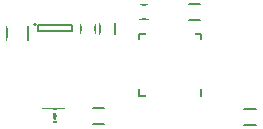
<source format=gbo>
G04 #@! TF.FileFunction,Legend,Bot*
%FSLAX46Y46*%
G04 Gerber Fmt 4.6, Leading zero omitted, Abs format (unit mm)*
G04 Created by KiCad (PCBNEW 4.0.4-stable) date 09/24/16 18:26:32*
%MOMM*%
%LPD*%
G01*
G04 APERTURE LIST*
%ADD10C,0.100000*%
%ADD11C,0.150000*%
%ADD12R,2.432000X2.127200*%
%ADD13O,2.432000X2.127200*%
%ADD14R,1.450000X1.450000*%
%ADD15C,1.450000*%
%ADD16R,2.432000X2.432000*%
%ADD17O,2.432000X2.432000*%
%ADD18R,2.127200X2.127200*%
%ADD19O,2.127200X2.127200*%
%ADD20R,1.600000X1.150000*%
%ADD21R,1.197560X1.197560*%
%ADD22R,1.700000X1.900000*%
%ADD23R,1.600000X1.300000*%
%ADD24R,1.300000X1.600000*%
%ADD25R,0.650000X1.100000*%
%ADD26R,1.100000X0.650000*%
%ADD27R,2.125000X2.125000*%
%ADD28R,1.050000X1.460000*%
%ADD29R,1.150000X1.600000*%
G04 APERTURE END LIST*
D10*
D11*
X135290000Y-96555000D02*
X134590000Y-96555000D01*
X134590000Y-97755000D02*
X135290000Y-97755000D01*
X126293700Y-105368000D02*
X128193700Y-105368000D01*
X126293700Y-106468000D02*
X128193700Y-106468000D01*
X127193700Y-105918000D02*
X127643700Y-105918000D01*
X127143700Y-106168000D02*
X127143700Y-105668000D01*
X127143700Y-105918000D02*
X127393700Y-106168000D01*
X127393700Y-106168000D02*
X127393700Y-105668000D01*
X127393700Y-105668000D02*
X127143700Y-105918000D01*
X125081000Y-99533000D02*
X125081000Y-98333000D01*
X123331000Y-98333000D02*
X123331000Y-99533000D01*
X143391000Y-106720000D02*
X144391000Y-106720000D01*
X144391000Y-105370000D02*
X143391000Y-105370000D01*
X131151000Y-98052000D02*
X131151000Y-99052000D01*
X132501000Y-99052000D02*
X132501000Y-98052000D01*
X139692000Y-96480000D02*
X138692000Y-96480000D01*
X138692000Y-97830000D02*
X139692000Y-97830000D01*
X130564000Y-106593000D02*
X131564000Y-106593000D01*
X131564000Y-105243000D02*
X130564000Y-105243000D01*
X139785000Y-98975000D02*
X139260000Y-98975000D01*
X134535000Y-104225000D02*
X135060000Y-104225000D01*
X134535000Y-98975000D02*
X135060000Y-98975000D01*
X139785000Y-104225000D02*
X139785000Y-103700000D01*
X134535000Y-104225000D02*
X134535000Y-103700000D01*
X134535000Y-98975000D02*
X134535000Y-99500000D01*
X139785000Y-98975000D02*
X139785000Y-99500000D01*
X125781000Y-98209000D02*
G75*
G03X125781000Y-98209000I-100000J0D01*
G01*
X125931000Y-98759000D02*
X125931000Y-98259000D01*
X128831000Y-98759000D02*
X125931000Y-98759000D01*
X128831000Y-98259000D02*
X128831000Y-98759000D01*
X125931000Y-98259000D02*
X128831000Y-98259000D01*
X130775000Y-98902000D02*
X130775000Y-98202000D01*
X129575000Y-98202000D02*
X129575000Y-98902000D01*
%LPC*%
D12*
X120650000Y-99060000D03*
D13*
X120650000Y-101600000D03*
X120650000Y-104140000D03*
D14*
X132080000Y-101473000D03*
D15*
X130810000Y-101473000D03*
X129540000Y-101473000D03*
X128270000Y-101473000D03*
X127000000Y-101473000D03*
X130810000Y-102743000D03*
X129540000Y-102743000D03*
X128270000Y-102743000D03*
X127000000Y-102743000D03*
X132080000Y-102743000D03*
D16*
X124206000Y-102870000D03*
D17*
X124206000Y-105410000D03*
D12*
X148717000Y-97790000D03*
D13*
X148717000Y-100330000D03*
X148717000Y-102870000D03*
X148717000Y-105410000D03*
D18*
X145161000Y-104140000D03*
D19*
X142621000Y-104140000D03*
X145161000Y-101600000D03*
X142621000Y-101600000D03*
X145161000Y-99060000D03*
X142621000Y-99060000D03*
D20*
X135890000Y-97155000D03*
X133990000Y-97155000D03*
D21*
X128143000Y-105918000D03*
X126644400Y-105918000D03*
D22*
X124206000Y-97583000D03*
X124206000Y-100283000D03*
D23*
X144991000Y-106045000D03*
X142791000Y-106045000D03*
D24*
X131826000Y-99652000D03*
X131826000Y-97452000D03*
D23*
X138092000Y-97155000D03*
X140292000Y-97155000D03*
X132164000Y-105918000D03*
X129964000Y-105918000D03*
D25*
X138910000Y-104000000D03*
X138410000Y-104000000D03*
X137910000Y-104000000D03*
X137410000Y-104000000D03*
X136910000Y-104000000D03*
X136410000Y-104000000D03*
X135910000Y-104000000D03*
X135410000Y-104000000D03*
D26*
X134760000Y-103350000D03*
X134760000Y-102850000D03*
X134760000Y-102350000D03*
X134760000Y-101850000D03*
X134760000Y-101350000D03*
X134760000Y-100850000D03*
X134760000Y-100350000D03*
X134760000Y-99850000D03*
D25*
X135410000Y-99200000D03*
X135910000Y-99200000D03*
X136410000Y-99200000D03*
X136910000Y-99200000D03*
X137410000Y-99200000D03*
X137910000Y-99200000D03*
X138410000Y-99200000D03*
X138910000Y-99200000D03*
D26*
X139560000Y-99850000D03*
X139560000Y-100350000D03*
X139560000Y-100850000D03*
X139560000Y-101350000D03*
X139560000Y-101850000D03*
X139560000Y-102350000D03*
X139560000Y-102850000D03*
X139560000Y-103350000D03*
D27*
X136297500Y-100737500D03*
X138022500Y-100737500D03*
X136297500Y-102462500D03*
X138022500Y-102462500D03*
D28*
X126431000Y-97409000D03*
X127381000Y-97409000D03*
X128331000Y-97409000D03*
X128331000Y-99609000D03*
X126431000Y-99609000D03*
D29*
X130175000Y-99502000D03*
X130175000Y-97602000D03*
M02*

</source>
